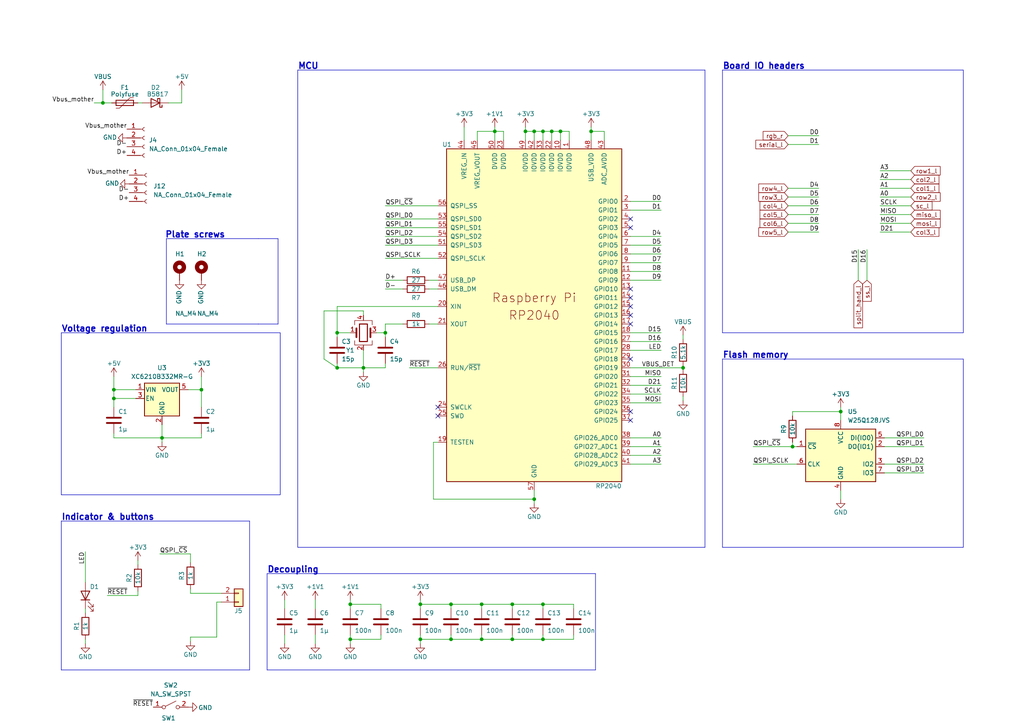
<source format=kicad_sch>
(kicad_sch (version 20230121) (generator eeschema)
  (paper "A4")
  (title_block (title "Splinktegrated  ") (rev "2") (company "bastardkb"))
  (junction (at 46.99 127))
  (junction (at 105.41 106.68))
  (junction (at 154.94 38.1))
  (junction (at 162.56 38.1))
  (junction (at 111.76 96.52))
  (junction (at 354.33 113.03))
  (junction (at 157.48 185.42))
  (junction (at 101.6 185.42))
  (junction (at -85.09 48.26))
  (junction (at 157.48 38.1))
  (junction (at 354.33 135.89))
  (junction (at 97.79 96.52))
  (junction (at 157.48 175.26))
  (junction (at 101.6 175.26))
  (junction (at 121.92 185.42))
  (junction (at 148.59 185.42))
  (junction (at 130.81 175.26))
  (junction (at 148.59 175.26))
  (junction (at 152.4 38.1))
  (junction (at 160.02 38.1))
  (junction (at 33.02 113.03))
  (junction (at 171.45 38.1))
  (junction (at 139.7 185.42))
  (junction (at 154.94 144.78))
  (junction (at -104.14 72.39))
  (junction (at 198.12 106.68))
  (junction (at 58.42 113.03))
  (junction (at 229.87 129.54))
  (junction (at 139.7 175.26))
  (junction (at -68.58 40.64))
  (junction (at 130.81 185.42))
  (junction (at 97.79 106.68))
  (junction (at 354.33 132.08))
  (junction (at 33.02 115.57))
  (junction (at -85.09 50.8))
  (junction (at 243.84 119.38))
  (junction (at 29.845 29.845))
  (junction (at 143.51 38.1))
  (junction (at 121.92 175.26))
  (no_connect (at 327.66 129.54))
  (no_connect (at 182.88 119.38))
  (no_connect (at 182.88 121.92))
  (no_connect (at 182.88 83.82))
  (no_connect (at 182.88 104.14))
  (no_connect (at 182.88 86.36))
  (no_connect (at 391.16 62.23))
  (no_connect (at 182.88 88.9))
  (no_connect (at 182.88 91.44))
  (no_connect (at 182.88 93.98))
  (no_connect (at -88.9 60.96))
  (no_connect (at -88.9 63.5))
  (no_connect (at 379.73 135.89))
  (no_connect (at 391.16 64.77))
  (no_connect (at 182.88 63.5))
  (no_connect (at 182.88 66.04))
  (no_connect (at 321.31 91.44))
  (no_connect (at 127 118.11))
  (no_connect (at 127 120.65))
  (no_connect (at 379.73 140.97))
  (no_connect (at 391.16 67.31))
  (polyline (pts (xy 209.55 96.52) (xy 279.4 96.52)))
  (wire (pts (xy 171.45 38.1) (xy 171.45 40.64)))
  (wire (pts (xy 33.02 115.57) (xy 33.02 118.11)))
  (wire (pts (xy 105.41 91.44) (xy 105.41 90.17)))
  (wire (pts (xy 118.745 106.68) (xy 127 106.68)))
  (wire (pts (xy 58.42 109.22) (xy 58.42 113.03)))
  (wire (pts (xy 55.245 170.815) (xy 55.245 172.085)))
  (wire (pts (xy 82.55 173.99) (xy 82.55 176.53)))
  (wire (pts (xy 40.005 29.845) (xy 41.275 29.845)))
  (wire (pts (xy 267.97 134.62) (xy 256.54 134.62)))
  (wire (pts (xy 101.6 175.26) (xy 110.49 175.26)))
  (wire (pts (xy 121.92 173.99) (xy 121.92 175.26)))
  (polyline (pts (xy 17.78 194.31) (xy 72.39 194.31)))
  (wire (pts (xy 255.27 54.61) (xy 264.16 54.61)))
  (wire (pts (xy 228.6 67.31) (xy 237.49 67.31)))
  (polyline (pts (xy 204.47 158.75) (xy 204.47 20.32)))
  (wire (pts (xy 182.88 127) (xy 191.77 127)))
  (wire (pts (xy -88.9 50.8) (xy -85.09 50.8)))
  (wire (pts (xy 91.44 173.99) (xy 91.44 176.53)))
  (wire (pts (xy 267.97 137.16) (xy 256.54 137.16)))
  (polyline (pts (xy 279.4 104.14) (xy 209.55 104.14)))
  (wire (pts (xy 111.76 66.04) (xy 127 66.04)))
  (wire (pts (xy 182.88 101.6) (xy 191.77 101.6)))
  (wire (pts (xy 121.92 185.42) (xy 130.81 185.42)))
  (wire (pts (xy 33.02 113.03) (xy 39.37 113.03)))
  (wire (pts (xy 101.6 175.26) (xy 101.6 176.53)))
  (wire (pts (xy 243.84 118.11) (xy 243.84 119.38)))
  (wire (pts (xy 109.22 96.52) (xy 111.76 96.52)))
  (wire (pts (xy 105.41 106.68) (xy 105.41 107.95)))
  (wire (pts (xy 354.33 93.98) (xy 354.33 113.03)))
  (wire (pts (xy 162.56 38.1) (xy 165.1 38.1)))
  (wire (pts (xy 48.895 29.845) (xy 52.705 29.845)))
  (wire (pts (xy 121.92 175.26) (xy 130.81 175.26)))
  (wire (pts (xy 228.6 64.77) (xy 237.49 64.77)))
  (wire (pts (xy 97.79 96.52) (xy 97.79 88.9)))
  (wire (pts (xy 111.76 68.58) (xy 127 68.58)))
  (wire (pts (xy 198.12 114.935) (xy 198.12 116.205)))
  (wire (pts (xy 143.51 38.1) (xy 143.51 40.64)))
  (wire (pts (xy 182.88 129.54) (xy 191.77 129.54)))
  (wire (pts (xy 130.81 184.15) (xy 130.81 185.42)))
  (wire (pts (xy -85.09 48.26) (xy -88.9 48.26)))
  (polyline (pts (xy -39.37 137.795) (xy -121.92 137.795)))
  (wire (pts (xy 121.92 185.42) (xy 121.92 186.69)))
  (wire (pts (xy 267.97 127) (xy 256.54 127)))
  (wire (pts (xy 52.705 26.035) (xy 52.705 29.845)))
  (wire (pts (xy 33.02 127) (xy 46.99 127)))
  (wire (pts (xy 321.31 93.98) (xy 354.33 93.98)))
  (wire (pts (xy 125.73 128.27) (xy 127 128.27)))
  (wire (pts (xy 101.6 185.42) (xy 101.6 186.69)))
  (wire (pts (xy 124.46 81.28) (xy 127 81.28)))
  (wire (pts (xy -88.9 45.72) (xy -86.36 45.72)))
  (wire (pts (xy 93.98 90.17) (xy 93.98 104.14)))
  (wire (pts (xy 101.6 185.42) (xy 110.49 185.42)))
  (wire (pts (xy 251.46 81.28) (xy 251.46 72.39)))
  (wire (pts (xy 139.7 185.42) (xy 148.59 185.42)))
  (wire (pts (xy 124.46 93.98) (xy 127 93.98)))
  (wire (pts (xy -86.36 45.72) (xy -85.09 48.26)))
  (wire (pts (xy 327.66 132.08) (xy 354.33 132.08)))
  (wire (pts (xy -105.41 72.39) (xy -104.14 72.39)))
  (polyline (pts (xy 80.645 69.215) (xy 80.645 93.98)))
  (wire (pts (xy 243.84 142.24) (xy 243.84 144.78)))
  (wire (pts (xy 157.48 38.1) (xy 157.48 40.64)))
  (wire (pts (xy 111.76 106.68) (xy 111.76 105.41)))
  (wire (pts (xy 62.865 174.625) (xy 62.865 184.785)))
  (polyline (pts (xy 369.57 23.495) (xy 369.57 72.39)))
  (polyline (pts (xy 74.93 93.98) (xy 48.26 93.98)))
  (wire (pts (xy -88.9 33.02) (xy -86.36 33.02)))
  (wire (pts (xy 46.355 160.655) (xy 55.245 160.655)))
  (wire (pts (xy 58.42 125.73) (xy 58.42 127)))
  (wire (pts (xy 255.27 64.77) (xy 264.16 64.77)))
  (wire (pts (xy 255.27 62.23) (xy 264.16 62.23)))
  (wire (pts (xy 229.87 129.54) (xy 231.14 129.54)))
  (wire (pts (xy 248.92 81.28) (xy 248.92 72.39)))
  (wire (pts (xy 105.41 106.68) (xy 111.76 106.68)))
  (wire (pts (xy 154.94 144.78) (xy 154.94 146.05)))
  (wire (pts (xy 182.88 109.22) (xy 191.77 109.22)))
  (wire (pts (xy 152.4 36.83) (xy 152.4 38.1)))
  (wire (pts (xy 146.05 40.64) (xy 146.05 38.1)))
  (wire (pts (xy 154.94 142.24) (xy 154.94 144.78)))
  (wire (pts (xy 40.005 171.45) (xy 40.005 172.72)))
  (wire (pts (xy 337.82 137.16) (xy 339.09 137.16)))
  (wire (pts (xy 175.26 40.64) (xy 175.26 38.1)))
  (wire (pts (xy 55.245 160.655) (xy 55.245 163.195)))
  (wire (pts (xy 198.12 106.68) (xy 198.12 107.315)))
  (wire (pts (xy 139.7 184.15) (xy 139.7 185.42)))
  (wire (pts (xy 157.48 185.42) (xy 166.37 185.42)))
  (wire (pts (xy 182.88 68.58) (xy 191.77 68.58)))
  (wire (pts (xy -111.76 72.39) (xy -110.49 72.39)))
  (wire (pts (xy 182.88 114.3) (xy 191.77 114.3)))
  (wire (pts (xy 97.79 106.68) (xy 105.41 106.68)))
  (wire (pts (xy 166.37 176.53) (xy 166.37 175.26)))
  (wire (pts (xy 171.45 38.1) (xy 175.26 38.1)))
  (wire (pts (xy 125.73 128.27) (xy 125.73 144.78)))
  (wire (pts (xy 354.33 140.97) (xy 354.33 135.89)))
  (wire (pts (xy 139.7 175.26) (xy 148.59 175.26)))
  (polyline (pts (xy -39.37 85.09) (xy -39.37 137.795)))
  (wire (pts (xy 58.42 113.03) (xy 58.42 118.11)))
  (wire (pts (xy 218.44 134.62) (xy 231.14 134.62)))
  (wire (pts (xy 228.6 39.37) (xy 237.49 39.37)))
  (wire (pts (xy 152.4 38.1) (xy 152.4 40.64)))
  (wire (pts (xy 105.41 90.17) (xy 93.98 90.17)))
  (wire (pts (xy 255.27 52.07) (xy 264.16 52.07)))
  (wire (pts (xy 228.6 59.69) (xy 237.49 59.69)))
  (polyline (pts (xy 209.55 104.14) (xy 209.55 158.75)))
  (wire (pts (xy 148.59 175.26) (xy 157.48 175.26)))
  (wire (pts (xy 110.49 184.15) (xy 110.49 185.42)))
  (polyline (pts (xy 17.78 151.13) (xy 17.78 194.31)))
  (wire (pts (xy 182.88 106.68) (xy 198.12 106.68)))
  (wire (pts (xy 243.84 119.38) (xy 243.84 121.92)))
  (wire (pts (xy 182.88 132.08) (xy 191.77 132.08)))
  (wire (pts (xy 24.765 176.53) (xy 24.765 177.8)))
  (wire (pts (xy 182.88 111.76) (xy 191.77 111.76)))
  (wire (pts (xy 111.76 96.52) (xy 111.76 97.79)))
  (wire (pts (xy 62.865 184.785) (xy 55.245 184.785)))
  (wire (pts (xy -88.9 38.1) (xy -80.01 38.1)))
  (wire (pts (xy 228.6 57.15) (xy 237.49 57.15)))
  (wire (pts (xy 121.92 184.15) (xy 121.92 185.42)))
  (wire (pts (xy 171.45 36.83) (xy 171.45 38.1)))
  (wire (pts (xy 97.79 97.79) (xy 97.79 96.52)))
  (wire (pts (xy 24.765 185.42) (xy 24.765 186.69)))
  (polyline (pts (xy 369.57 23.495) (xy 404.495 23.495)))
  (polyline (pts (xy 279.4 96.52) (xy 279.4 20.32)))
  (polyline (pts (xy -121.92 16.51) (xy -39.37 16.51)))
  (wire (pts (xy 228.6 54.61) (xy 237.49 54.61)))
  (wire (pts (xy 218.44 129.54) (xy 229.87 129.54)))
  (wire (pts (xy 130.81 185.42) (xy 139.7 185.42)))
  (wire (pts (xy 82.55 184.15) (xy 82.55 186.69)))
  (wire (pts (xy 182.88 73.66) (xy 191.77 73.66)))
  (wire (pts (xy 97.79 105.41) (xy 97.79 106.68)))
  (wire (pts (xy 130.81 175.26) (xy 130.81 176.53)))
  (wire (pts (xy 97.79 96.52) (xy 101.6 96.52)))
  (wire (pts (xy 111.76 71.12) (xy 127 71.12)))
  (polyline (pts (xy 48.26 69.215) (xy 48.26 93.98)))
  (wire (pts (xy 91.44 184.15) (xy 91.44 186.69)))
  (wire (pts (xy 64.135 174.625) (xy 62.865 174.625)))
  (wire (pts (xy 154.94 38.1) (xy 157.48 38.1)))
  (wire (pts (xy 182.88 96.52) (xy 191.77 96.52)))
  (wire (pts (xy -68.58 40.64) (xy -68.58 41.91)))
  (wire (pts (xy 229.87 128.27) (xy 229.87 129.54)))
  (wire (pts (xy 148.59 184.15) (xy 148.59 185.42)))
  (polyline (pts (xy -39.37 16.51) (xy -39.37 85.09)))
  (wire (pts (xy 160.02 38.1) (xy 160.02 40.64)))
  (polyline (pts (xy 17.78 96.52) (xy 81.28 96.52)))
  (wire (pts (xy 33.02 125.73) (xy 33.02 127)))
  (wire (pts (xy -86.36 29.21) (xy -86.36 33.02)))
  (wire (pts (xy -104.14 72.39) (xy -104.14 73.66)))
  (polyline (pts (xy 77.47 194.31) (xy 172.72 194.31)))
  (wire (pts (xy -72.39 38.1) (xy -68.58 38.1)))
  (wire (pts (xy 255.27 59.69) (xy 264.16 59.69)))
  (wire (pts (xy -111.76 71.12) (xy -111.76 72.39)))
  (wire (pts (xy 97.79 88.9) (xy 127 88.9)))
  (wire (pts (xy 354.33 135.89) (xy 359.41 135.89)))
  (wire (pts (xy 182.88 116.84) (xy 191.77 116.84)))
  (wire (pts (xy 111.76 83.82) (xy 116.84 83.82)))
  (wire (pts (xy 267.97 129.54) (xy 256.54 129.54)))
  (wire (pts (xy 148.59 185.42) (xy 157.48 185.42)))
  (wire (pts (xy 33.02 109.22) (xy 33.02 113.03)))
  (wire (pts (xy 229.87 119.38) (xy 243.84 119.38)))
  (wire (pts (xy 138.43 38.1) (xy 143.51 38.1)))
  (wire (pts (xy 354.33 132.08) (xy 354.33 135.89)))
  (wire (pts (xy 228.6 41.91) (xy 237.49 41.91)))
  (wire (pts (xy 33.02 113.03) (xy 33.02 115.57)))
  (wire (pts (xy -88.9 40.64) (xy -80.01 40.64)))
  (wire (pts (xy 27.305 29.845) (xy 29.845 29.845)))
  (wire (pts (xy 111.76 63.5) (xy 127 63.5)))
  (wire (pts (xy 55.245 184.785) (xy 55.245 186.055)))
  (wire (pts (xy 148.59 175.26) (xy 148.59 176.53)))
  (wire (pts (xy 29.845 26.035) (xy 29.845 29.845)))
  (polyline (pts (xy 172.72 194.31) (xy 172.72 166.37)))
  (polyline (pts (xy 81.28 143.51) (xy 17.78 143.51)))
  (wire (pts (xy 116.84 93.98) (xy 111.76 93.98)))
  (wire (pts (xy 143.51 36.83) (xy 143.51 38.1)))
  (polyline (pts (xy -122.555 137.795) (xy -121.92 16.51)))
  (wire (pts (xy 111.76 59.69) (xy 127 59.69)))
  (wire (pts (xy 165.1 40.64) (xy 165.1 38.1)))
  (polyline (pts (xy 209.55 158.75) (xy 279.4 158.75)))
  (polyline (pts (xy 77.47 166.37) (xy 172.72 166.37)))
  (wire (pts (xy 24.765 160.02) (xy 24.765 168.91)))
  (wire (pts (xy 157.48 38.1) (xy 160.02 38.1)))
  (wire (pts (xy 111.76 93.98) (xy 111.76 96.52)))
  (wire (pts (xy 46.99 123.19) (xy 46.99 127)))
  (wire (pts (xy 93.98 104.14) (xy 97.79 106.68)))
  (wire (pts (xy 229.87 120.65) (xy 229.87 119.38)))
  (polyline (pts (xy 404.495 23.495) (xy 404.495 72.39)))
  (wire (pts (xy 198.12 97.155) (xy 198.12 98.425)))
  (wire (pts (xy 124.46 83.82) (xy 127 83.82)))
  (wire (pts (xy 182.88 60.96) (xy 191.77 60.96)))
  (wire (pts (xy 157.48 175.26) (xy 166.37 175.26)))
  (wire (pts (xy 105.41 101.6) (xy 105.41 106.68)))
  (polyline (pts (xy 279.4 20.32) (xy 209.55 20.32)))
  (wire (pts (xy 182.88 76.2) (xy 191.77 76.2)))
  (wire (pts (xy -85.09 50.8) (xy -86.36 53.34)))
  (wire (pts (xy 54.61 113.03) (xy 58.42 113.03)))
  (wire (pts (xy 354.33 113.03) (xy 361.95 113.03)))
  (wire (pts (xy 182.88 78.74) (xy 191.77 78.74)))
  (wire (pts (xy 331.47 99.06) (xy 332.74 99.06)))
  (wire (pts (xy 121.92 175.26) (xy 121.92 176.53)))
  (wire (pts (xy 111.76 74.93) (xy 127 74.93)))
  (wire (pts (xy 359.41 140.97) (xy 354.33 140.97)))
  (polyline (pts (xy 209.55 20.32) (xy 209.55 96.52)))
  (wire (pts (xy -85.09 48.26) (xy -79.375 48.26)))
  (wire (pts (xy 138.43 40.64) (xy 138.43 38.1)))
  (polyline (pts (xy 86.36 158.75) (xy 204.47 158.75)))
  (wire (pts (xy 154.94 38.1) (xy 154.94 40.64)))
  (wire (pts (xy 157.48 175.26) (xy 157.48 176.53)))
  (polyline (pts (xy 17.78 143.51) (xy 17.78 96.52)))
  (polyline (pts (xy 204.47 20.32) (xy 86.36 20.32)))
  (wire (pts (xy 182.88 58.42) (xy 191.77 58.42)))
  (wire (pts (xy -72.39 40.64) (xy -68.58 40.64)))
  (wire (pts (xy 111.76 81.28) (xy 116.84 81.28)))
  (wire (pts (xy 162.56 38.1) (xy 162.56 40.64)))
  (wire (pts (xy 198.12 106.045) (xy 198.12 106.68)))
  (wire (pts (xy 182.88 134.62) (xy 191.77 134.62)))
  (polyline (pts (xy 77.47 166.37) (xy 77.47 194.31)))
  (wire (pts (xy 255.27 57.15) (xy 264.16 57.15)))
  (polyline (pts (xy 48.26 69.215) (xy 74.93 69.215)))
  (wire (pts (xy -68.58 38.1) (xy -68.58 40.64)))
  (wire (pts (xy 264.16 67.31) (xy 255.27 67.31)))
  (wire (pts (xy -86.36 53.34) (xy -88.9 53.34)))
  (wire (pts (xy 110.49 176.53) (xy 110.49 175.26)))
  (wire (pts (xy -85.09 50.8) (xy -79.375 50.8)))
  (wire (pts (xy 157.48 184.15) (xy 157.48 185.42)))
  (wire (pts (xy 55.245 172.085) (xy 64.135 172.085)))
  (wire (pts (xy 354.33 113.03) (xy 354.33 132.08)))
  (wire (pts (xy 160.02 38.1) (xy 162.56 38.1)))
  (polyline (pts (xy 81.28 96.52) (xy 81.28 143.51)))
  (wire (pts (xy -104.14 71.12) (xy -104.14 72.39)))
  (polyline (pts (xy 72.39 194.31) (xy 72.39 151.13)))
  (wire (pts (xy 152.4 38.1) (xy 154.94 38.1)))
  (polyline (pts (xy 404.495 72.39) (xy 369.57 72.39)))
  (wire (pts (xy 182.88 81.28) (xy 191.77 81.28)))
  (wire (pts (xy 46.99 127) (xy 46.99 128.27)))
  (wire (pts (xy 166.37 184.15) (xy 166.37 185.42)))
  (polyline (pts (xy 17.78 151.13) (xy 72.39 151.13)))
  (wire (pts (xy 101.6 184.15) (xy 101.6 185.42)))
  (wire (pts (xy 31.115 172.72) (xy 40.005 172.72)))
  (polyline (pts (xy 74.93 69.215) (xy 80.645 69.215)))
  (wire (pts (xy 40.005 162.56) (xy 40.005 163.83)))
  (polyline (pts (xy 86.36 20.32) (xy 86.36 158.75)))
  (wire (pts (xy 125.73 144.78) (xy 154.94 144.78)))
  (wire (pts (xy 182.88 71.12) (xy 191.77 71.12)))
  (wire (pts (xy 134.62 36.83) (xy 134.62 40.64)))
  (wire (pts (xy 143.51 38.1) (xy 146.05 38.1)))
  (wire (pts (xy 139.7 175.26) (xy 139.7 176.53)))
  (polyline (pts (xy 80.645 93.98) (xy 74.93 93.98)))
  (wire (pts (xy 46.99 127) (xy 58.42 127)))
  (wire (pts (xy 29.845 29.845) (xy 32.385 29.845)))
  (wire (pts (xy 101.6 173.99) (xy 101.6 175.26)))
  (wire (pts (xy 33.02 115.57) (xy 39.37 115.57)))
  (wire (pts (xy 182.88 99.06) (xy 191.77 99.06)))
  (wire (pts (xy 228.6 62.23) (xy 237.49 62.23)))
  (wire (pts (xy 255.27 49.53) (xy 264.16 49.53)))
  (wire (pts (xy 130.81 175.26) (xy 139.7 175.26)))
  (polyline (pts (xy 279.4 158.75) (xy 279.4 104.14)))
  (rectangle (start 298.45 82.55) (end 454.66 165.1))
  (text "Decoupling" (at 77.47 166.37 0) (effects (font (size 1.778 1.778) (thickness 0.3556) bold) (justify left bottom)))
  (text "Board IO headers" (at 209.55 20.32 0) (effects (font (size 1.778 1.778) (thickness 0.3556) bold) (justify left bottom)))
  (text "USB-C connector" (at -121.92 16.51 0) (effects (font (size 1.778 1.778) (thickness 0.3556) bold) (justify left bottom)))
  (text "Serial and protection" (at 298.45 81.28 0) (effects (font (size 1.778 1.778) (thickness 0.3556) bold) (justify left bottom)))
  (text "Indicator & buttons" (at 17.78 151.13 0) (effects (font (size 1.778 1.778) (thickness 0.3556) bold) (justify left bottom)))
  (text "ESD protection" (at -111.76 98.425 0) (effects (font (size 1.778 1.778) (thickness 0.3556) bold) (justify left bottom)))
  (text "Voltage regulation" (at 17.78 96.52 0) (effects (font (size 1.778 1.778) (thickness 0.3556) bold) (justify left bottom)))
  (text "RowCol FPC Connector" (at 368.935 23.495 0) (effects (font (size 1.778 1.778) (thickness 0.3556) bold) (justify left bottom)))
  (text "Headers" (at -81.28 62.865 0) (effects (font (size 1.778 1.778) (thickness 0.3556) bold) (justify left bottom)))
  (text "MCU" (at 86.36 20.32 0) (effects (font (size 1.778 1.778) (thickness 0.3556) bold) (justify left bottom)))
  (text "Plate screws" (at 65.405 69.215 0) (effects (font (size 1.778 1.778) (thickness 0.3556) bold) (justify right bottom)))
  (text "Flash memory" (at 209.55 104.14 0) (effects (font (size 1.778 1.778) (thickness 0.3556) bold) (justify left bottom)))
  (label "D8" (at 191.77 78.74 180))
  (label "QSPI_D2" (at 111.76 68.58 0))
  (label "SCLK" (at 191.77 114.3 180))
  (label "D15" (at 191.77 96.52 180))
  (label "Gnd_daughter" (at -93.345 125.73 0))
  (label "D16" (at 191.77 99.06 180))
  (label "LED" (at 191.77 101.6 180))
  (label "SCLK" (at 255.27 59.69 0))
  (label "Gnd_daughter" (at -104.14 73.66 0))
  (label "D0" (at 237.49 39.37 180))
  (label "D-_daughter" (at -103.505 118.11 180))
  (label "D+" (at 37.465 58.42 180))
  (label "VBUS_DET" (at 195.58 106.68 180))
  (label "D6" (at 191.77 73.66 180))
  (label "MOSI" (at 191.77 116.84 180))
  (label "D8" (at 237.49 64.77 180))
  (label "D+_daughter" (at -66.675 87.63 180))
  (label "D-" (at 37.465 55.88 180))
  (label "A2" (at 191.77 132.08 180))
  (label "Gnd_daughter" (at -66.675 82.55 180))
  (label "D7" (at 191.77 76.2 180))
  (label "D-" (at 111.76 83.82 0))
  (label "D1" (at 191.77 60.96 180))
  (label "~{RESET}" (at 31.115 172.72 0))
  (label "Vbus_daughter" (at -86.36 29.21 0))
  (label "QSPI_SCLK" (at 218.44 134.62 0))
  (label "D4" (at 191.77 68.58 180))
  (label "A3" (at 255.27 49.53 0))
  (label "D9" (at 237.49 67.31 180))
  (label "Vbus_daughter" (at -67.31 66.675 180))
  (label "QSPI_D0" (at 267.97 127 180))
  (label "D16" (at 251.46 72.39 270))
  (label "QSPI_~{CS}" (at 218.44 129.54 0))
  (label "QSPI_D1" (at 111.76 66.04 0))
  (label "D5" (at 237.49 57.15 180))
  (label "MOSI" (at 255.27 64.77 0))
  (label "D+" (at 36.83 45.085 180))
  (label "MISO" (at 255.27 62.23 0))
  (label "~{RESET}" (at 118.745 106.68 0))
  (label "D7" (at 237.49 62.23 180))
  (label "D-_daughter" (at -67.31 71.755 180))
  (label "QSPI_D3" (at 111.76 71.12 0))
  (label "~{RESET}" (at 44.45 205.105 180))
  (label "QSPI_~{CS}" (at 111.76 59.69 0))
  (label "Gnd_daughter" (at -67.31 69.215 180))
  (label "A1" (at 191.77 129.54 180))
  (label "Vbus_mother" (at 27.305 29.845 180))
  (label "D5" (at 191.77 71.12 180))
  (label "QSPI_D2" (at 267.97 134.62 180))
  (label "D-" (at 36.83 42.545 180))
  (label "D15" (at 248.92 72.39 270))
  (label "D9" (at 191.77 81.28 180))
  (label "A0" (at 255.27 57.15 0))
  (label "Vbus_mother" (at 36.83 37.465 180))
  (label "D+" (at 111.76 81.28 0))
  (label "D-_daughter" (at -79.375 48.26 0))
  (label "D+_daughter" (at -83.185 113.03 0))
  (label "D6" (at 237.49 59.69 180))
  (label "LED" (at 24.765 160.02 270))
  (label "Vbus_daughter" (at -66.675 80.01 180))
  (label "D21" (at 191.77 111.76 180))
  (label "QSPI_D1" (at 267.97 129.54 180))
  (label "MISO" (at 191.77 109.22 180))
  (label "Gnd_daughter" (at -68.58 41.91 0))
  (label "D-_daughter" (at -66.675 85.09 180))
  (label "A2" (at 255.27 52.07 0))
  (label "D+_daughter" (at -67.31 74.295 180))
  (label "D1" (at 237.49 41.91 180))
  (label "QSPI_~{CS}" (at 46.355 160.655 0))
  (label "Vbus_daughter" (at -93.345 105.41 0))
  (label "QSPI_SCLK" (at 111.76 74.93 0))
  (label "QSPI_D3" (at 267.97 137.16 180))
  (label "A3" (at 191.77 134.62 180))
  (label "D0" (at 191.77 58.42 180))
  (label "D21" (at 255.27 67.31 0))
  (label "Vbus_mother" (at 37.465 50.8 180))
  (label "D-_daughter" (at -103.505 113.03 180))
  (label "D+_daughter" (at -79.375 50.8 0))
  (label "A0" (at 191.77 127 180))
  (label "~{RESET}" (at 43.815 214.63 180))
  (label "QSPI_D0" (at 111.76 63.5 0))
  (label "D4" (at 237.49 54.61 180))
  (label "D+_daughter" (at -83.185 118.11 0))
  (label "A1" (at 255.27 54.61 0))
  (global_label "row5_l" (shape input) (at 391.16 34.29 180) (property "Intersheetrefs" "${INTERSHEET_REFS}" (effects hide)))
  (global_label "row3_l" (shape input) (at 313.69 54.61 180) (property "Intersheetrefs" "${INTERSHEET_REFS}" (effects hide)))
  (global_label "ss_l" (shape input) (at 312.42 25.4 180) (property "Intersheetrefs" "${INTERSHEET_REFS}" (effects hide)))
  (global_label "miso_l" (shape input) (at 312.42 33.02 180) (property "Intersheetrefs" "${INTERSHEET_REFS}" (effects hide)))
  (global_label "col3_l" (shape input) (at 264.16 67.31 0) (property "Intersheetrefs" "${INTERSHEET_REFS}" (effects hide)))
  (global_label "rgb_r" (shape input) (at 228.6 39.37 180) (property "Intersheetrefs" "${INTERSHEET_REFS}" (effects hide)))
  (global_label "split_hand_l" (shape input) (at 248.92 81.28 270) (property "Intersheetrefs" "${INTERSHEET_REFS}" (effects hide)))
  (global_label "sc_l" (shape input) (at 312.42 30.48 180) (property "Intersheetrefs" "${INTERSHEET_REFS}" (effects hide)))
  (global_label "col3_l" (shape input) (at 353.06 22.86 180) (property "Intersheetrefs" "${INTERSHEET_REFS}" (effects hide)))
  (global_label "col4_l" (shape input) (at 313.69 57.15 180) (property "Intersheetrefs" "${INTERSHEET_REFS}" (effects hide)))
  (global_label "col1_l" (shape input) (at 391.16 52.07 180) (property "Intersheetrefs" "${INTERSHEET_REFS}" (effects hide)))
  (global_label "col4_l" (shape input) (at 228.6 59.69 180) (property "Intersheetrefs" "${INTERSHEET_REFS}" (effects hide)))
  (global_label "col1_l" (shape input) (at 353.06 30.48 180) (property "Intersheetrefs" "${INTERSHEET_REFS}" (effects hide)))
  (global_label "row5_l" (shape input) (at 313.69 64.77 180) (property "Intersheetrefs" "${INTERSHEET_REFS}" (effects hide)))
  (global_label "row1_l" (shape input) (at 391.16 57.15 180) (property "Intersheetrefs" "${INTERSHEET_REFS}" (effects hide)))
  (global_label "col3_l" (shape input) (at 391.16 59.69 180) (property "Intersheetrefs" "${INTERSHEET_REFS}" (effects hide)))
  (global_label "ss_l" (shape input) (at 251.46 81.28 270) (property "Intersheetrefs" "${INTERSHEET_REFS}" (effects hide)))
  (global_label "row2_l" (shape input) (at 353.06 33.02 180) (property "Intersheetrefs" "${INTERSHEET_REFS}" (effects hide)))
  (global_label "row2_l" (shape input) (at 391.16 49.53 180) (property "Intersheetrefs" "${INTERSHEET_REFS}" (effects hide)))
  (global_label "col5_l" (shape input) (at 313.69 59.69 180) (property "Intersheetrefs" "${INTERSHEET_REFS}" (effects hide)))
  (global_label "row1_l" (shape input) (at 264.16 49.53 0) (property "Intersheetrefs" "${INTERSHEET_REFS}" (effects hide)))
  (global_label "row2_l" (shape input) (at 264.16 57.15 0) (property "Intersheetrefs" "${INTERSHEET_REFS}" (effects hide)))
  (global_label "serial_l" (shape input) (at 228.6 41.91 180) (property "Intersheetrefs" "${INTERSHEET_REFS}" (effects hide)))
  (global_label "row4_l" (shape input) (at 313.69 52.07 180) (property "Intersheetrefs" "${INTERSHEET_REFS}" (effects hide)))
  (global_label "row4_l" (shape input) (at 228.6 54.61 180) (property "Intersheetrefs" "${INTERSHEET_REFS}" (effects hide)))
  (global_label "row4_l" (shape input) (at 391.16 46.99 180) (property "Intersheetrefs" "${INTERSHEET_REFS}" (effects hide)))
  (global_label "row3_l" (shape input) (at 391.16 44.45 180) (property "Intersheetrefs" "${INTERSHEET_REFS}" (effects hide)))
  (global_label "col2_l" (shape input) (at 264.16 52.07 0) (property "Intersheetrefs" "${INTERSHEET_REFS}" (effects hide)))
  (global_label "rgb_r" (shape input) (at 334.01 31.75 180) (property "Intersheetrefs" "${INTERSHEET_REFS}" (effects hide)))
  (global_label "col6_l" (shape input) (at 228.6 64.77 180) (property "Intersheetrefs" "${INTERSHEET_REFS}" (effects hide)))
  (global_label "col5_l" (shape input) (at 391.16 39.37 180) (property "Intersheetrefs" "${INTERSHEET_REFS}" (effects hide)))
  (global_label "miso_l" (shape input) (at 264.16 62.23 0) (property "Intersheetrefs" "${INTERSHEET_REFS}" (effects hide)))
  (global_label "mosi_l" (shape input) (at 312.42 27.94 180) (property "Intersheetrefs" "${INTERSHEET_REFS}" (effects hide)))
  (global_label "col2_l" (shape input) (at 391.16 54.61 180) (property "Intersheetrefs" "${INTERSHEET_REFS}" (effects hide)))
  (global_label "mosi_l" (shape input) (at 264.16 64.77 0) (property "Intersheetrefs" "${INTERSHEET_REFS}" (effects hide)))
  (global_label "serial_l" (shape input) (at 361.95 113.03 0) (property "Intersheetrefs" "${INTERSHEET_REFS}" (effects hide)))
  (global_label "col5_l" (shape input) (at 228.6 62.23 180) (property "Intersheetrefs" "${INTERSHEET_REFS}" (effects hide)))
  (global_label "sc_l" (shape input) (at 264.16 59.69 0) (property "Intersheetrefs" "${INTERSHEET_REFS}" (effects hide)))
  (global_label "col6_l" (shape input) (at 313.69 62.23 180) (property "Intersheetrefs" "${INTERSHEET_REFS}" (effects hide)))
  (global_label "row5_l" (shape input) (at 228.6 67.31 180) (property "Intersheetrefs" "${INTERSHEET_REFS}" (effects hide)))
  (global_label "row1_l" (shape input) (at 353.06 25.4 180) (property "Intersheetrefs" "${INTERSHEET_REFS}" (effects hide)))
  (global_label "row3_l" (shape input) (at 228.6 57.15 180) (property "Intersheetrefs" "${INTERSHEET_REFS}" (effects hide)))
  (global_label "col1_l" (shape input) (at 264.16 54.61 0) (property "Intersheetrefs" "${INTERSHEET_REFS}" (effects hide)))
  (global_label "col6_l" (shape input) (at 391.16 36.83 180) (property "Intersheetrefs" "${INTERSHEET_REFS}" (effects hide)))
  (global_label "col2_l" (shape input) (at 353.06 27.94 180) (property "Intersheetrefs" "${INTERSHEET_REFS}" (effects hide)))
  (global_label "col4_l" (shape input) (at 391.16 41.91 180) (property "Intersheetrefs" "${INTERSHEET_REFS}" (effects hide)))
  (symbol (lib_id "power:GND") (at 36.83 40.005 270) (unit 1)
    (property "Reference" "#PWR042" (effects hide))
    (property "Value" "GND" (at 29.8451 39.849 90) (effects (justify left)))
  )
  (symbol (lib_id "Device:C") (at 148.59 180.34 0) (unit 1)
    (property "Reference" "C12" (at 149.86 177.8 0) (effects (justify left)))
    (property "Value" "100n" (at 149.86 182.88 0) (effects (justify left)))
    (property "Footprint" "Capacitor_SMD:C_0402_1005Metric" (effects hide))
    (property "LCSC" "C1525" (effects hide))
  )
  (symbol (lib_id "Connector_Generic:Conn_01x02") (at 69.215 174.625 0) (mirror x) (unit 1) (in_bom no)
    (property "Reference" "J5" (at 67.945 177.165 0) (effects (justify left)))
    (property "Value" "Conn_01x02" (effects hide))
    (property "Footprint" "drawings:PinHeader_1x02_P1.27mm_Vertical" (effects hide))
  )
  (symbol (lib_id "MCU_RaspberryPi_RP2040:RP2040") (at 154.94 91.44 0) (unit 1)
    (property "Reference" "U1" (at 128.27 41.91 0) (effects (justify left)))
    (property "Value" "RP2040" (at 172.72 140.97 0) (effects (justify left)))
    (property "Footprint" "0xLib_Package_DFN_QFN:QFN-56-1EP_7x7mm_P0.4mm_EP3.2x3.2mm" (effects hide))
    (property "LCSC" "C2040" (effects hide))
  )
  (symbol (lib_id "Device:R") (at -76.2 38.1 90) (unit 1)
    (property "Reference" "R4" (at -71.755 34.925 90))
    (property "Value" "5.1k" (at -76.2 38.1 90))
    (property "Footprint" "Resistor_SMD:R_0402_1005Metric" (effects hide))
    (property "LCSC" "C25905" (effects hide))
  )
  (symbol (lib_id "power:+3.3V") (at 40.005 162.56 0) (unit 1)
    (property "Reference" "#PWR04" (effects hide))
    (property "Value" "+3.3V" (at 40.005 158.75 0))
  )
  (symbol (lib_id "power:GND") (at 55.245 186.055 0) (unit 1)
    (property "Reference" "#PWR09" (effects hide))
    (property "Value" "GND" (at 55.245 189.865 0))
  )
  (symbol (lib_id "power:VBUS") (at 29.845 26.035 0) (unit 1)
    (property "Reference" "#PWR0104" (effects hide))
    (property "Value" "VBUS" (at 29.845 22.225 0))
  )
  (symbol (lib_id "Connector:Conn_01x05_Female") (at 358.14 27.94 0) (unit 1) (in_bom no)
    (property "Reference" "J10" (at 356.87 19.05 0) (effects (justify left)))
    (property "Value" "NA_Ribbon" (at 349.25 38.1 0) (effects (justify left)))
    (property "Footprint" "Library:5_PinHeader" (effects hide))
  )
  (symbol (lib_id "power:GND") (at 24.765 186.69 0) (unit 1)
    (property "Reference" "#PWR01" (effects hide))
    (property "Value" "GND" (at 24.765 190.5 0))
  )
  (symbol (lib_id "power:GND") (at 369.57 148.59 0) (unit 1)
    (property "Reference" "#PWR029" (effects hide))
    (property "Value" "GND" (at 369.414 155.5749 90) (effects (justify left)))
  )
  (symbol (lib_id "Mechanical:MountingHole_Pad") (at 58.42 78.74 0) (unit 1)
    (property "Reference" "H2" (at 57.15 73.66 0) (effects (justify left)))
    (property "Value" "NA_M4" (at 57.15 90.932 0) (effects (justify left)))
    (property "Footprint" "Library:MountingHole_4mm_Pad_Via" (effects hide))
  )
  (symbol (lib_id "Switch:SW_SPST") (at 48.895 214.63 0) (unit 1) (in_bom no)
    (property "Reference" "SW1" (at 48.895 208.28 0))
    (property "Value" "NA_SW_SPST" (at 48.895 210.82 0))
    (property "Footprint" "Library:PushSwitch" (effects hide))
  )
  (symbol (lib_id "Device:R") (at 120.65 93.98 90) (unit 1)
    (property "Reference" "R8" (at 120.65 91.44 90))
    (property "Value" "1k" (at 120.65 93.98 90))
    (property "Footprint" "Resistor_SMD:R_0402_1005Metric" (effects hide))
    (property "LCSC" "C11702" (effects hide))
  )
  (symbol (lib_id "Memory_Flash:W25Q128JVS") (at 243.84 132.08 0) (unit 1)
    (property "Reference" "U5" (at 245.8594 119.38 0) (effects (justify left)))
    (property "Value" "W25Q128JVS" (at 245.8594 121.92 0) (effects (justify left)))
    (property "Footprint" "drawings:W25Q128JVPIQ" (effects hide))
    (property "Datasheet" "http://www.winbond.com/resource-files/w25q128jv_dtr%20revc%2003272018%20plus.pdf" (effects hide))
  )
  (symbol (lib_id "Device:Polyfuse") (at 36.195 29.845 90) (unit 1)
    (property "Reference" "F1" (at 36.195 25.4 90))
    (property "Value" "Polyfuse" (at 36.195 27.305 90))
    (property "Footprint" "Fuse:Fuse_0603_1608Metric" (effects hide))
    (property "LCSC" "C69679" (effects hide))
  )
  (symbol (lib_id "Device:R") (at 198.12 102.235 180) (unit 1)
    (property "Reference" "R10" (at 195.58 102.235 90))
    (property "Value" "5.1k" (at 198.12 102.235 90))
    (property "Footprint" "Resistor_SMD:R_0402_1005Metric" (effects hide))
    (property "LCSC" "C25905" (effects hide))
  )
  (symbol (lib_id "power:GND") (at 53.975 214.63 90) (unit 1)
    (property "Reference" "#PWR03" (effects hide))
    (property "Value" "GND" (at 60.9599 214.786 90) (effects (justify left)))
  )
  (symbol (lib_id "Device:C") (at 157.48 180.34 0) (unit 1)
    (property "Reference" "C13" (at 158.75 177.8 0) (effects (justify left)))
    (property "Value" "100n" (at 158.75 182.88 0) (effects (justify left)))
    (property "Footprint" "Capacitor_SMD:C_0402_1005Metric" (effects hide))
    (property "LCSC" "C1525" (effects hide))
  )
  (symbol (lib_id "power:GND") (at 37.465 53.34 270) (unit 1)
    (property "Reference" "#PWR044" (effects hide))
    (property "Value" "GND" (at 30.4801 53.184 90) (effects (justify left)))
  )
  (symbol (lib_id "Device:C") (at 166.37 180.34 0) (unit 1)
    (property "Reference" "C14" (at 167.64 177.8 0) (effects (justify left)))
    (property "Value" "100n" (at 167.64 182.88 0) (effects (justify left)))
    (property "Footprint" "Capacitor_SMD:C_0402_1005Metric" (effects hide))
    (property "LCSC" "C1525" (effects hide))
  )
  (symbol (lib_id "Device:R") (at 120.65 81.28 90) (unit 1)
    (property "Reference" "R6" (at 120.65 78.74 90))
    (property "Value" "27" (at 120.65 81.28 90))
    (property "Footprint" "Resistor_SMD:R_0402_1005Metric" (effects hide))
    (property "LCSC" "C25100" (effects hide))
  )
  (symbol (lib_id "Regulator_Linear:AP2127K-3.3") (at 46.99 115.57 0) (unit 1)
    (property "Reference" "U3" (at 46.99 106.68 0))
    (property "Value" "XC6210B332MR-G" (at 46.99 109.22 0))
    (property "Footprint" "Package_TO_SOT_SMD:SOT-23-5" (effects hide))
    (property "LCSC" "C82942" (effects hide))
    (property "LCSC2" "C47719" (effects hide))
  )
  (symbol (lib_id "Jumper:Jumper_2_Open") (at 326.39 99.06 0) (unit 1) (in_bom no)
    (property "Reference" "NA_JP1" (at 320.04 109.22 0))
    (property "Value" "NA_Jumper_2_Open" (at 326.39 105.41 0))
    (property "Footprint" "local-libraries:SolderJumper-2_P1.3mm_Open_RoundedPad1.0x1.5mm" (effects hide))
  )
  (symbol (lib_id "Device:C") (at 121.92 180.34 0) (unit 1)
    (property "Reference" "C9" (at 123.19 177.8 0) (effects (justify left)))
    (property "Value" "100n" (at 123.19 182.88 0) (effects (justify left)))
    (property "Footprint" "Capacitor_SMD:C_0402_1005Metric" (effects hide))
    (property "LCSC" "C1525" (effects hide))
  )
  (symbol (lib_id "Device:C") (at 82.55 180.34 0) (unit 1)
    (property "Reference" "C5" (at 83.82 177.8 0) (effects (justify left)))
    (property "Value" "1µ" (at 83.82 182.88 0) (effects (justify left)))
    (property "Footprint" "Capacitor_SMD:C_0402_1005Metric" (effects hide))
    (property "LCSC" "C52923" (effects hide))
  )
  (symbol (lib_id "power:GND") (at 82.55 186.69 0) (unit 1)
    (property "Reference" "#PWR012" (effects hide))
    (property "Value" "GND" (at 82.55 190.5 0))
  )
  (symbol (lib_id "Device:C") (at 33.02 121.92 0) (unit 1)
    (property "Reference" "C1" (at 34.29 119.38 0) (effects (justify left)))
    (property "Value" "1µ" (at 34.29 124.46 0) (effects (justify left)))
    (property "Footprint" "Capacitor_SMD:C_0603_1608Metric" (effects hide))
    (property "LCSC" "C19666" (effects hide))
  )
  (symbol (lib_id "Device:Crystal_GND24") (at 105.41 96.52 0) (mirror x) (unit 1)
    (property "Reference" "Y1" (at 101.6 101.6 0))
    (property "Value" "Crystal_GND24" (effects hide))
    (property "Footprint" "Crystal:Crystal_SMD_2520-4Pin_2.5x2.0mm" (effects hide))
    (property "LCSC" "C2149204" (effects hide))
  )
  (symbol (lib_id "power:+3.3V") (at 332.74 99.06 270) (unit 1)
    (property "Reference" "#PWR07" (effects hide))
    (property "Value" "+3.3V" (at 336.55 99.06 0))
  )
  (symbol (lib_id "power:GND") (at 312.42 35.56 270) (unit 1)
    (property "Reference" "#PWR035" (effects hide))
    (property "Value" "GND" (at 306.07 35.56 90) (effects (justify left)))
  )
  (symbol (lib_id "power:+3.3V") (at 334.01 26.67 90) (unit 1)
    (property "Reference" "#PWR013" (effects hide))
    (property "Value" "+3.3V" (at 330.2 26.67 0))
  )
  (symbol (lib_id "Device:R") (at 198.12 111.125 180) (unit 1)
    (property "Reference" "R11" (at 195.58 111.125 90))
    (property "Value" "10k" (at 198.12 111.125 90))
    (property "Footprint" "Resistor_SMD:R_0402_1005Metric" (effects hide))
    (property "LCSC" "C25744" (effects hide))
  )
  (symbol (lib_id "Connector:Conn_01x04_Female") (at -62.23 69.215 0) (unit 1) (in_bom no)
    (property "Reference" "J2" (at -59.69 69.85 0) (effects (justify left)))
    (property "Value" "NA_Conn_01x04_Female" (at -59.69 72.39 0) (effects (justify left)))
    (property "Footprint" "Library:PinHeader_1x04_P2.54mm_Vertical_USB" (effects hide))
  )
  (symbol (lib_id "Device:LED") (at 24.765 172.72 90) (unit 1)
    (property "Reference" "D1" (at 26.035 170.18 90) (effects (justify right)))
    (property "Value" "LED" (effects hide))
    (property "Footprint" "LED_SMD:LED_0402_1005Metric" (effects hide))
    (property "LCSC" "C130719" (effects hide))
  )
  (symbol (lib_id "power:+3.3V") (at 152.4 36.83 0) (unit 1)
    (property "Reference" "#PWR023" (effects hide))
    (property "Value" "+3.3V" (at 152.4 33.02 0))
  )
  (symbol (lib_id "power:+3.3V") (at 339.09 137.16 270) (unit 1)
    (property "Reference" "#PWR010" (effects hide))
    (property "Value" "+3.3V" (at 342.9 137.16 0))
  )
  (symbol (lib_id "Power_Protection:USBLC6-2P6") (at 369.57 138.43 0) (unit 1)
    (property "Reference" "U2" (at 372.2117 127 0) (effects (justify left)))
    (property "Value" "USBLC6-2P6" (at 372.2117 129.54 0) (effects (justify left)))
    (property "Footprint" "Package_TO_SOT_SMD:SOT-666" (effects hide))
    (property "Datasheet" "https://www.st.com/resource/en/datasheet/usblc6-2.pdf" (effects hide))
  )
  (symbol (lib_id "Connector:USB_C_Receptacle_USB2.0") (at -104.14 48.26 0) (unit 1)
    (property "Reference" "J1" (at -104.14 25.4 0))
    (property "Value" "USB_C_Receptacle_USB2.0" (at -104.14 27.94 0))
    (property "Footprint" "drawings:GT-USB-7014C" (effects hide))
    (property "Datasheet" "https://www.usb.org/sites/default/files/documents/usb_type-c.zip" (effects hide))
    (property "LCSC" "C223907" (effects hide))
  )
  (symbol (lib_id "power:+3.3V") (at 82.55 173.99 0) (unit 1)
    (property "Reference" "#PWR011" (effects hide))
    (property "Value" "+3.3V" (at 82.55 170.18 0))
  )
  (symbol (lib_id "power:+1V1") (at 101.6 173.99 0) (unit 1)
    (property "Reference" "#PWR017" (effects hide))
    (property "Value" "+1V1" (at 101.6 170.18 0))
  )
  (symbol (lib_id "Jumper:Jumper_2_Open") (at 332.74 137.16 0) (unit 1) (in_bom no)
    (property "Reference" "NA_JP2" (at 332.74 144.78 0))
    (property "Value" "NA_Jumper_2_Open" (at 332.74 140.97 0))
    (property "Footprint" "local-libraries:SolderJumper-2_P1.3mm_Open_RoundedPad1.0x1.5mm" (effects hide))
  )
  (symbol (lib_id "Device:C") (at 91.44 180.34 0) (unit 1)
    (property "Reference" "C6" (at 92.71 177.8 0) (effects (justify left)))
    (property "Value" "1µ" (at 92.71 182.88 0) (effects (justify left)))
    (property "Footprint" "Capacitor_SMD:C_0402_1005Metric" (effects hide))
    (property "LCSC" "C52923" (effects hide))
  )
  (symbol (lib_id "Device:R") (at 120.65 83.82 90) (unit 1)
    (property "Reference" "R7" (at 120.65 86.36 90))
    (property "Value" "27" (at 120.65 83.82 90))
    (property "Footprint" "Resistor_SMD:R_0402_1005Metric" (effects hide))
    (property "LCSC" "C25100" (effects hide))
  )
  (symbol (lib_id "Switch:SW_SPST") (at 49.53 205.105 0) (unit 1) (in_bom no)
    (property "Reference" "SW2" (at 49.53 198.755 0))
    (property "Value" "NA_SW_SPST" (at 49.53 201.295 0))
    (property "Footprint" "Library:PushSwitch" (effects hide))
  )
  (symbol (lib_id "Connector:Conn_01x03_Female") (at 339.09 29.21 0) (unit 1) (in_bom no)
    (property "Reference" "J9" (at 339.8013 28.5178 0) (effects (justify left)))
    (property "Value" "NA_RGB" (at 333.248 38.608 0) (effects (justify left)))
    (property "Footprint" "Library:header1x03" (effects hide))
  )
  (symbol (lib_id "power:+1V1") (at 91.44 173.99 0) (unit 1)
    (property "Reference" "#PWR014" (effects hide))
    (property "Value" "+1V1" (at 91.44 170.18 0))
  )
  (symbol (lib_id "Device:R") (at 40.005 167.64 180) (unit 1)
    (property "Reference" "R2" (at 37.465 167.64 90))
    (property "Value" "10k" (at 40.005 167.64 90))
    (property "Footprint" "Resistor_SMD:R_0402_1005Metric" (effects hide))
    (property "LCSC" "C25744" (effects hide))
  )
  (symbol (lib_id "power:GND") (at 58.42 81.28 0) (unit 1)
    (property "Reference" "#PWR034" (effects hide))
    (property "Value" "GND" (at 58.264 88.2649 90) (effects (justify left)))
  )
  (symbol (lib_id "Device:R") (at 24.765 181.61 180) (unit 1)
    (property "Reference" "R1" (at 22.225 181.61 90))
    (property "Value" "1k" (at 24.765 181.61 90))
    (property "Footprint" "Resistor_SMD:R_0402_1005Metric" (effects hide))
    (property "LCSC" "C11702" (effects hide))
  )
  (symbol (lib_id "power:GND") (at 121.92 186.69 0) (unit 1)
    (property "Reference" "#PWR020" (effects hide))
    (property "Value" "GND" (at 121.92 190.5 0))
  )
  (symbol (lib_id "power:+5V") (at 33.02 109.22 0) (unit 1)
    (property "Reference" "#PWR02" (effects hide))
    (property "Value" "+5V" (at 33.02 105.41 0))
  )
  (symbol (lib_id "Device:C") (at 58.42 121.92 0) (unit 1)
    (property "Reference" "C2" (at 59.69 119.38 0) (effects (justify left)))
    (property "Value" "1µ" (at 59.69 124.46 0) (effects (justify left)))
    (property "Footprint" "Capacitor_SMD:C_0603_1608Metric" (effects hide))
    (property "LCSC" "C19666" (effects hide))
  )
  (symbol (lib_id "power:+1V1") (at 143.51 36.83 0) (unit 1)
    (property "Reference" "#PWR022" (effects hide))
    (property "Value" "+1V1" (at 143.51 33.02 0))
  )
  (symbol (lib_id "Device:C") (at 111.76 101.6 0) (unit 1)
    (property "Reference" "C4" (at 113.03 99.06 0) (effects (justify left)))
    (property "Value" "15p" (at 113.03 104.14 0) (effects (justify left)))
    (property "Footprint" "Capacitor_SMD:C_0402_1005Metric" (effects hide))
    (property "LCSC" "C1548" (effects hide))
  )
  (symbol (lib_id "Connector:Conn_01x04_Female") (at 41.91 40.005 0) (unit 1) (in_bom no)
    (property "Reference" "J4" (at 43.18 40.64 0) (effects (justify left)))
    (property "Value" "NA_Conn_01x04_Female" (at 43.18 43.18 0) (effects (justify left)))
    (property "Footprint" "drawings:PinHeader_1x04_P2.54mm_Vertical" (effects hide))
  )
  (symbol (lib_id "Connector:Conn_01x06_Female") (at 318.77 57.15 0) (unit 1) (in_bom no)
    (property "Reference" "J8" (at 317.5 48.26 0) (effects (justify left)))
    (property "Value" "NA_Ribbon" (at 310.515 69.215 0) (effects (justify left)))
    (property "Footprint" "Library:6_PinHeader" (effects hide))
  )
  (symbol (lib_id "Connector:Conn_01x04_Female") (at -61.595 82.55 0) (unit 1) (in_bom no)
    (property "Reference" "J3" (at -58.42 83.185 0) (effects (justify left)))
    (property "Value" "NA_Conn_01x04_Female" (at -58.42 85.725 0) (effects (justify left)))
    (property "Footprint" "Library:PinHeader_1x04_P2.54mm_Vertical_USB" (effects hide))
  )
  (symbol (lib_id "power:+3.3V") (at 58.42 109.22 0) (unit 1)
    (property "Reference" "#PWR08" (effects hide))
    (property "Value" "+3.3V" (at 58.42 105.41 0))
  )
  (symbol (lib_id "Device:C") (at 110.49 180.34 0) (unit 1)
    (property "Reference" "C8" (at 111.76 177.8 0) (effects (justify left)))
    (property "Value" "100n" (at 111.76 182.88 0) (effects (justify left)))
    (property "Footprint" "Capacitor_SMD:C_0402_1005Metric" (effects hide))
    (property "LCSC" "C1525" (effects hide))
  )
  (symbol (lib_id "power:+3.3V") (at 243.84 118.11 0) (unit 1)
    (property "Reference" "#PWR027" (effects hide))
    (property "Value" "+3.3V" (at 243.84 114.3 0))
  )
  (symbol (lib_id "power:GND") (at 91.44 186.69 0) (unit 1)
    (property "Reference" "#PWR015" (effects hide))
    (property "Value" "GND" (at 91.44 190.5 0))
  )
  (symbol (lib_id "power:GND") (at 154.94 146.05 0) (unit 1)
    (property "Reference" "#PWR024" (effects hide))
    (property "Value" "GND" (at 154.94 149.86 0))
  )
  (symbol (lib_id "Device:FerriteBead_Small") (at -107.95 72.39 270) (unit 1)
    (property "Reference" "FB1" (at -113.03 74.93 90) (effects (justify left)))
    (property "Value" "FerriteBead_Small" (effects hide))
    (property "Footprint" "Inductor_SMD:L_0603_1608Metric" (effects hide))
    (property "LCSC" "C98288" (effects hide))
  )
  (symbol (lib_id "Connector:Conn_01x14_Female") (at 396.24 49.53 0) (unit 1)
    (property "Reference" "J14" (at 398.145 49.5299 0) (effects (justify left)))
    (property "Value" "Cirque" (at 398.145 52.0699 0) (effects (justify left)))
    (property "Footprint" "local-libraries:FPC-SMD_FPC05012-09200-.5mm" (effects hide))
  )
  (symbol (lib_id "Connector:AudioJack4") (at 322.58 132.08 0) (unit 1) (in_bom no)
    (property "Reference" "J11" (at 321.437 123.9582 0))
    (property "Value" "NA_Serial" (at 322.58 145.415 0))
    (property "Footprint" "drawings:Jack_3.5mm_PJ320E_Horizontal_custom" (effects hide))
  )
  (symbol (lib_id "power:GND") (at 101.6 186.69 0) (unit 1)
    (property "Reference" "#PWR018" (effects hide))
    (property "Value" "GND" (at 101.6 190.5 0))
  )
  (symbol (lib_id "Device:R") (at 55.245 167.005 180) (unit 1)
    (property "Reference" "R3" (at 52.705 167.005 90))
    (property "Value" "1k" (at 55.245 167.005 90))
    (property "Footprint" "Resistor_SMD:R_0402_1005Metric" (effects hide))
    (property "LCSC" "C11702" (effects hide))
  )
  (symbol (lib_id "Device:R") (at -76.2 40.64 90) (unit 1)
    (property "Reference" "R5" (at -76.2 43.18 90))
    (property "Value" "5.1k" (at -76.2 40.64 90))
    (property "Footprint" "Resistor_SMD:R_0402_1005Metric" (effects hide))
    (property "LCSC" "C25905" (effects hide))
  )
  (symbol (lib_id "power:+3.3V") (at 121.92 173.99 0) (unit 1)
    (property "Reference" "#PWR019" (effects hide))
    (property "Value" "+3.3V" (at 121.92 170.18 0))
  )
  (symbol (lib_id "Device:C") (at 101.6 180.34 0) (unit 1)
    (property "Reference" "C7" (at 102.87 177.8 0) (effects (justify left)))
    (property "Value" "100n" (at 102.87 182.88 0) (effects (justify left)))
    (property "Footprint" "Capacitor_SMD:C_0402_1005Metric" (effects hide))
    (property "LCSC" "C1525" (effects hide))
  )
  (symbol (lib_id "Power_Protection:USBLC6-2P6") (at -93.345 115.57 0) (unit 1)
    (property "Reference" "U4" (at -90.5763 102.235 0) (effects (justify left)))
    (property "Value" "USBLC6-2P6" (at -90.5763 104.775 0) (effects (justify left)))
    (property "Footprint" "Package_TO_SOT_SMD:SOT-666" (effects hide))
    (property "Datasheet" "https://www.st.com/resource/en/datasheet/usblc6-2.pdf" (effects hide))
  )
  (symbol (lib_id "power:+3.3V") (at 369.57 128.27 0) (unit 1)
    (property "Reference" "#PWR030" (effects hide))
    (property "Value" "+3.3V" (at 369.57 124.46 0))
  )
  (symbol (lib_id "Device:D_Schottky") (at 45.085 29.845 180) (unit 1)
    (property "Reference" "D2" (at 45.085 25.4 0))
    (property "Value" "B5817" (at 45.72 27.305 0))
    (property "Footprint" "Diode_SMD:D_SOD-323" (effects hide))
    (property "LCSC" "C123899" (effects hide))
  )
  (symbol (lib_id "Connector:Conn_01x06_Female") (at 317.5 27.94 0) (unit 1) (in_bom no)
    (property "Reference" "J7" (at 318.77 29.21 0) (effects (justify left)))
    (property "Value" "NA_trackball" (at 311.15 38.1 0) (effects (justify left)))
    (property "Footprint" "Library:6_PinHeader" (effects hide))
  )
  (symbol (lib_id "Device:C") (at 97.79 101.6 0) (unit 1)
    (property "Reference" "C3" (at 99.06 99.06 0) (effects (justify left)))
    (property "Value" "15p" (at 99.06 104.14 0) (effects (justify left)))
    (property "Footprint" "Capacitor_SMD:C_0402_1005Metric" (effects hide))
    (property "LCSC" "C1548" (effects hide))
  )
  (symbol (lib_id "power:+3.3V") (at 312.42 22.86 0) (unit 1)
    (property "Reference" "#PWR026" (effects hide))
    (property "Value" "+3.3V" (at 312.42 19.05 0))
  )
  (symbol (lib_id "power:GND") (at 54.61 205.105 90) (unit 1)
    (property "Reference" "#PWR05" (effects hide))
    (property "Value" "GND" (at 61.5949 205.261 90) (effects (justify left)))
  )
  (symbol (lib_id "Device:C") (at 139.7 180.34 0) (unit 1)
    (property "Reference" "C11" (at 140.97 177.8 0) (effects (justify left)))
    (property "Value" "100n" (at 140.97 182.88 0) (effects (justify left)))
    (property "Footprint" "Capacitor_SMD:C_0402_1005Metric" (effects hide))
    (property "LCSC" "C1525" (effects hide))
  )
  (symbol (lib_id "power:GND") (at 243.84 144.78 0) (unit 1)
    (property "Reference" "#PWR028" (effects hide))
    (property "Value" "GND" (at 243.84 148.59 0))
  )
  (symbol (lib_id "Connector:AudioJack4") (at 316.23 93.98 0) (unit 1) (in_bom no)
    (property "Reference" "NA_J6" (at 315.087 85.8582 0))
    (property "Value" "Serial" (at 368.3 120.015 0))
    (property "Footprint" "drawings:Jack_3.5mm_PJ320E_Horizontal_custom" (effects hide))
  )
  (symbol (lib_id "power:GND") (at 105.41 107.95 0) (unit 1)
    (property "Reference" "#PWR016" (effects hide))
    (property "Value" "GND" (at 105.41 111.76 0))
  )
  (symbol (lib_id "power:GND") (at 327.66 134.62 90) (unit 1)
    (property "Reference" "#PWR031" (effects hide))
    (property "Value" "GND" (at 334.6449 134.776 90) (effects (justify left)))
  )
  (symbol (lib_id "power:GND") (at 46.99 128.27 0) (unit 1)
    (property "Reference" "#PWR06" (effects hide))
    (property "Value" "GND" (at 46.99 132.08 0))
  )
  (symbol (lib_id "power:GND") (at 198.12 116.205 0) (unit 1)
    (property "Reference" "#PWR0101" (effects hide))
    (property "Value" "GND" (at 198.12 120.015 0))
  )
  (symbol (lib_id "power:GND") (at 334.01 29.21 270) (unit 1)
    (property "Reference" "#PWR038" (effects hide))
    (property "Value" "GND" (at 327.0251 29.054 90) (effects (justify left)))
  )
  (symbol (lib_id "power:+3.3V") (at 134.62 36.83 0) (unit 1)
    (property "Reference" "#PWR021" (effects hide))
    (property "Value" "+3.3V" (at 134.62 33.02 0))
  )
  (symbol (lib_id "Device:R") (at 229.87 124.46 180) (unit 1)
    (property "Reference" "R9" (at 227.33 124.46 90))
    (property "Value" "10k" (at 229.87 124.46 90))
    (property "Footprint" "Resistor_SMD:R_0402_1005Metric" (effects hide))
    (property "LCSC" "C25744" (effects hide))
  )
  (symbol (lib_id "power:GND") (at 321.31 96.52 90) (unit 1)
    (property "Reference" "#PWR033" (effects hide))
    (property "Value" "GND" (at 328.2949 96.676 90) (effects (justify left)))
  )
  (symbol (lib_id "Mechanical:MountingHole_Pad") (at 52.07 78.74 0) (unit 1)
    (property "Reference" "H1" (at 50.8 73.66 0) (effects (justify left)))
    (property "Value" "NA_M4" (at 50.8 90.932 0) (effects (justify left)))
    (property "Footprint" "Library:MountingHole_4mm_Pad_Via" (effects hide))
  )
  (symbol (lib_id "power:+3.3V") (at 171.45 36.83 0) (unit 1)
    (property "Reference" "#PWR025" (effects hide))
    (property "Value" "+3.3V" (at 171.45 33.02 0))
  )
  (symbol (lib_id "power:GND") (at 52.07 81.28 0) (unit 1)
    (property "Reference" "#PWR032" (effects hide))
    (property "Value" "GND" (at 51.914 88.2649 90) (effects (justify left)))
  )
  (symbol (lib_id "Device:C") (at 130.81 180.34 0) (unit 1)
    (property "Reference" "C10" (at 132.08 177.8 0) (effects (justify left)))
    (property "Value" "100n" (at 132.08 182.88 0) (effects (justify left)))
    (property "Footprint" "Capacitor_SMD:C_0402_1005Metric" (effects hide))
    (property "LCSC" "C1525" (effects hide))
  )
  (symbol (lib_id "power:VBUS") (at 198.12 97.155 0) (unit 1)
    (property "Reference" "#PWR0102" (effects hide))
    (property "Value" "VBUS" (at 198.12 93.345 0))
  )
  (symbol (lib_id "Connector:Conn_01x04_Female") (at 42.545 53.34 0) (unit 1) (in_bom no)
    (property "Reference" "J12" (at 44.45 53.975 0) (effects (justify left)))
    (property "Value" "NA_Conn_01x04_Female" (at 44.45 56.515 0) (effects (justify left)))
    (property "Footprint" "drawings:PinHeader_1x04_P2.54mm_Vertical" (effects hide))
  )
  (symbol (lib_id "power:+5V") (at 52.705 26.035 0) (unit 1)
    (property "Reference" "#PWR0103" (effects hide))
    (property "Value" "+5V" (at 52.705 22.225 0))
  )
)
</source>
